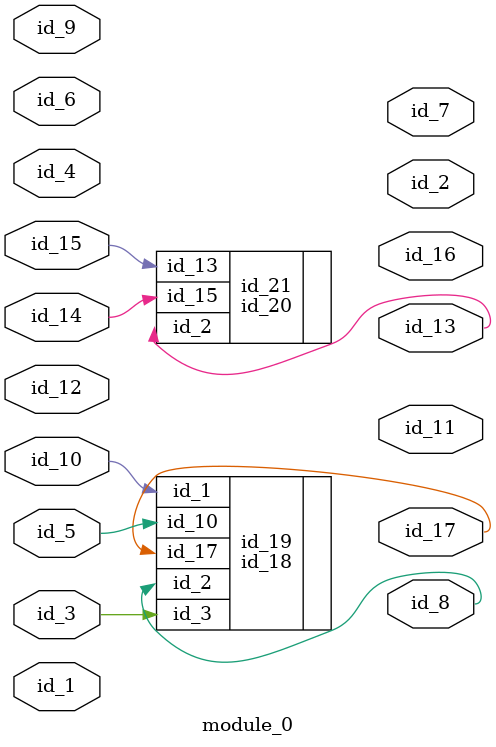
<source format=v>
`timescale 1ps / 1ps
module module_0 (
    id_1,
    id_2,
    id_3,
    id_4,
    id_5,
    id_6,
    id_7,
    id_8,
    id_9,
    id_10,
    id_11,
    id_12,
    id_13,
    id_14,
    id_15,
    id_16,
    id_17
);
  output id_17;
  output id_16;
  input id_15;
  input id_14;
  output id_13;
  input id_12;
  output id_11;
  input id_10;
  input id_9;
  output id_8;
  output id_7;
  input id_6;
  input id_5;
  input id_4;
  input id_3;
  output id_2;
  input id_1;
  id_18 id_19 (
      .id_2 (id_8),
      .id_1 (id_10),
      .id_3 (id_3),
      .id_10(id_10),
      .id_10(id_5),
      .id_17(id_17)
  );
  id_20 id_21 (
      .id_13(id_15),
      .id_2 (id_13),
      .id_15(id_14)
  );
  id_22 id_23 (
      .id_7(id_4),
      .id_9(id_19)
  );
endmodule

</source>
